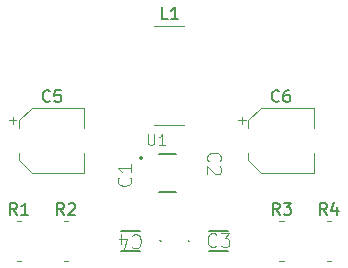
<source format=gbr>
%TF.GenerationSoftware,KiCad,Pcbnew,9.0.4*%
%TF.CreationDate,2025-09-16T01:09:41+05:30*%
%TF.ProjectId,PCB designing,50434220-6465-4736-9967-6e696e672e6b,rev?*%
%TF.SameCoordinates,Original*%
%TF.FileFunction,Legend,Top*%
%TF.FilePolarity,Positive*%
%FSLAX46Y46*%
G04 Gerber Fmt 4.6, Leading zero omitted, Abs format (unit mm)*
G04 Created by KiCad (PCBNEW 9.0.4) date 2025-09-16 01:09:41*
%MOMM*%
%LPD*%
G01*
G04 APERTURE LIST*
%ADD10C,0.150000*%
%ADD11C,0.101600*%
%ADD12C,0.080000*%
%ADD13C,0.120000*%
%ADD14C,0.200000*%
%ADD15C,0.100000*%
%ADD16C,0.127000*%
G04 APERTURE END LIST*
D10*
X154123333Y-54724819D02*
X153647143Y-54724819D01*
X153647143Y-54724819D02*
X153647143Y-53724819D01*
X154980476Y-54724819D02*
X154409048Y-54724819D01*
X154694762Y-54724819D02*
X154694762Y-53724819D01*
X154694762Y-53724819D02*
X154599524Y-53867676D01*
X154599524Y-53867676D02*
X154504286Y-53962914D01*
X154504286Y-53962914D02*
X154409048Y-54010533D01*
D11*
X151119733Y-73076036D02*
X151175371Y-73020398D01*
X151175371Y-73020398D02*
X151342285Y-72964759D01*
X151342285Y-72964759D02*
X151453561Y-72964759D01*
X151453561Y-72964759D02*
X151620476Y-73020398D01*
X151620476Y-73020398D02*
X151731752Y-73131674D01*
X151731752Y-73131674D02*
X151787390Y-73242950D01*
X151787390Y-73242950D02*
X151843028Y-73465502D01*
X151843028Y-73465502D02*
X151843028Y-73632417D01*
X151843028Y-73632417D02*
X151787390Y-73854969D01*
X151787390Y-73854969D02*
X151731752Y-73966245D01*
X151731752Y-73966245D02*
X151620476Y-74077521D01*
X151620476Y-74077521D02*
X151453561Y-74133159D01*
X151453561Y-74133159D02*
X151342285Y-74133159D01*
X151342285Y-74133159D02*
X151175371Y-74077521D01*
X151175371Y-74077521D02*
X151119733Y-74021883D01*
X150118247Y-73743693D02*
X150118247Y-72964759D01*
X150396438Y-74188798D02*
X150674628Y-73354226D01*
X150674628Y-73354226D02*
X149951333Y-73354226D01*
X158230266Y-73923963D02*
X158174628Y-73979602D01*
X158174628Y-73979602D02*
X158007714Y-74035240D01*
X158007714Y-74035240D02*
X157896438Y-74035240D01*
X157896438Y-74035240D02*
X157729523Y-73979602D01*
X157729523Y-73979602D02*
X157618247Y-73868325D01*
X157618247Y-73868325D02*
X157562609Y-73757049D01*
X157562609Y-73757049D02*
X157506971Y-73534497D01*
X157506971Y-73534497D02*
X157506971Y-73367582D01*
X157506971Y-73367582D02*
X157562609Y-73145030D01*
X157562609Y-73145030D02*
X157618247Y-73033754D01*
X157618247Y-73033754D02*
X157729523Y-72922478D01*
X157729523Y-72922478D02*
X157896438Y-72866840D01*
X157896438Y-72866840D02*
X158007714Y-72866840D01*
X158007714Y-72866840D02*
X158174628Y-72922478D01*
X158174628Y-72922478D02*
X158230266Y-72978116D01*
X158619733Y-72866840D02*
X159343028Y-72866840D01*
X159343028Y-72866840D02*
X158953561Y-73311944D01*
X158953561Y-73311944D02*
X159120476Y-73311944D01*
X159120476Y-73311944D02*
X159231752Y-73367582D01*
X159231752Y-73367582D02*
X159287390Y-73423221D01*
X159287390Y-73423221D02*
X159343028Y-73534497D01*
X159343028Y-73534497D02*
X159343028Y-73812687D01*
X159343028Y-73812687D02*
X159287390Y-73923963D01*
X159287390Y-73923963D02*
X159231752Y-73979602D01*
X159231752Y-73979602D02*
X159120476Y-74035240D01*
X159120476Y-74035240D02*
X158786647Y-74035240D01*
X158786647Y-74035240D02*
X158675371Y-73979602D01*
X158675371Y-73979602D02*
X158619733Y-73923963D01*
D10*
X163583333Y-71304819D02*
X163250000Y-70828628D01*
X163011905Y-71304819D02*
X163011905Y-70304819D01*
X163011905Y-70304819D02*
X163392857Y-70304819D01*
X163392857Y-70304819D02*
X163488095Y-70352438D01*
X163488095Y-70352438D02*
X163535714Y-70400057D01*
X163535714Y-70400057D02*
X163583333Y-70495295D01*
X163583333Y-70495295D02*
X163583333Y-70638152D01*
X163583333Y-70638152D02*
X163535714Y-70733390D01*
X163535714Y-70733390D02*
X163488095Y-70781009D01*
X163488095Y-70781009D02*
X163392857Y-70828628D01*
X163392857Y-70828628D02*
X163011905Y-70828628D01*
X163916667Y-70304819D02*
X164535714Y-70304819D01*
X164535714Y-70304819D02*
X164202381Y-70685771D01*
X164202381Y-70685771D02*
X164345238Y-70685771D01*
X164345238Y-70685771D02*
X164440476Y-70733390D01*
X164440476Y-70733390D02*
X164488095Y-70781009D01*
X164488095Y-70781009D02*
X164535714Y-70876247D01*
X164535714Y-70876247D02*
X164535714Y-71114342D01*
X164535714Y-71114342D02*
X164488095Y-71209580D01*
X164488095Y-71209580D02*
X164440476Y-71257200D01*
X164440476Y-71257200D02*
X164345238Y-71304819D01*
X164345238Y-71304819D02*
X164059524Y-71304819D01*
X164059524Y-71304819D02*
X163964286Y-71257200D01*
X163964286Y-71257200D02*
X163916667Y-71209580D01*
D12*
X152431678Y-64463249D02*
X152431678Y-65208011D01*
X152431678Y-65208011D02*
X152475488Y-65295630D01*
X152475488Y-65295630D02*
X152519297Y-65339440D01*
X152519297Y-65339440D02*
X152606916Y-65383249D01*
X152606916Y-65383249D02*
X152782154Y-65383249D01*
X152782154Y-65383249D02*
X152869773Y-65339440D01*
X152869773Y-65339440D02*
X152913583Y-65295630D01*
X152913583Y-65295630D02*
X152957392Y-65208011D01*
X152957392Y-65208011D02*
X152957392Y-64463249D01*
X153877393Y-65383249D02*
X153351679Y-65383249D01*
X153614536Y-65383249D02*
X153614536Y-64463249D01*
X153614536Y-64463249D02*
X153526917Y-64594678D01*
X153526917Y-64594678D02*
X153439298Y-64682297D01*
X153439298Y-64682297D02*
X153351679Y-64726106D01*
D11*
X157576036Y-66765266D02*
X157520398Y-66709628D01*
X157520398Y-66709628D02*
X157464759Y-66542714D01*
X157464759Y-66542714D02*
X157464759Y-66431438D01*
X157464759Y-66431438D02*
X157520398Y-66264523D01*
X157520398Y-66264523D02*
X157631674Y-66153247D01*
X157631674Y-66153247D02*
X157742950Y-66097609D01*
X157742950Y-66097609D02*
X157965502Y-66041971D01*
X157965502Y-66041971D02*
X158132417Y-66041971D01*
X158132417Y-66041971D02*
X158354969Y-66097609D01*
X158354969Y-66097609D02*
X158466245Y-66153247D01*
X158466245Y-66153247D02*
X158577521Y-66264523D01*
X158577521Y-66264523D02*
X158633159Y-66431438D01*
X158633159Y-66431438D02*
X158633159Y-66542714D01*
X158633159Y-66542714D02*
X158577521Y-66709628D01*
X158577521Y-66709628D02*
X158521883Y-66765266D01*
X158521883Y-67210371D02*
X158577521Y-67266009D01*
X158577521Y-67266009D02*
X158633159Y-67377285D01*
X158633159Y-67377285D02*
X158633159Y-67655476D01*
X158633159Y-67655476D02*
X158577521Y-67766752D01*
X158577521Y-67766752D02*
X158521883Y-67822390D01*
X158521883Y-67822390D02*
X158410607Y-67878028D01*
X158410607Y-67878028D02*
X158299331Y-67878028D01*
X158299331Y-67878028D02*
X158132417Y-67822390D01*
X158132417Y-67822390D02*
X157464759Y-67154733D01*
X157464759Y-67154733D02*
X157464759Y-67878028D01*
X150923963Y-68154733D02*
X150979602Y-68210371D01*
X150979602Y-68210371D02*
X151035240Y-68377285D01*
X151035240Y-68377285D02*
X151035240Y-68488561D01*
X151035240Y-68488561D02*
X150979602Y-68655476D01*
X150979602Y-68655476D02*
X150868325Y-68766752D01*
X150868325Y-68766752D02*
X150757049Y-68822390D01*
X150757049Y-68822390D02*
X150534497Y-68878028D01*
X150534497Y-68878028D02*
X150367582Y-68878028D01*
X150367582Y-68878028D02*
X150145030Y-68822390D01*
X150145030Y-68822390D02*
X150033754Y-68766752D01*
X150033754Y-68766752D02*
X149922478Y-68655476D01*
X149922478Y-68655476D02*
X149866840Y-68488561D01*
X149866840Y-68488561D02*
X149866840Y-68377285D01*
X149866840Y-68377285D02*
X149922478Y-68210371D01*
X149922478Y-68210371D02*
X149978116Y-68154733D01*
X151035240Y-67041971D02*
X151035240Y-67709628D01*
X151035240Y-67375800D02*
X149866840Y-67375800D01*
X149866840Y-67375800D02*
X150033754Y-67487076D01*
X150033754Y-67487076D02*
X150145030Y-67598352D01*
X150145030Y-67598352D02*
X150200668Y-67709628D01*
D10*
X167583333Y-71304819D02*
X167250000Y-70828628D01*
X167011905Y-71304819D02*
X167011905Y-70304819D01*
X167011905Y-70304819D02*
X167392857Y-70304819D01*
X167392857Y-70304819D02*
X167488095Y-70352438D01*
X167488095Y-70352438D02*
X167535714Y-70400057D01*
X167535714Y-70400057D02*
X167583333Y-70495295D01*
X167583333Y-70495295D02*
X167583333Y-70638152D01*
X167583333Y-70638152D02*
X167535714Y-70733390D01*
X167535714Y-70733390D02*
X167488095Y-70781009D01*
X167488095Y-70781009D02*
X167392857Y-70828628D01*
X167392857Y-70828628D02*
X167011905Y-70828628D01*
X168440476Y-70638152D02*
X168440476Y-71304819D01*
X168202381Y-70257200D02*
X167964286Y-70971485D01*
X167964286Y-70971485D02*
X168583333Y-70971485D01*
X145333333Y-71304819D02*
X145000000Y-70828628D01*
X144761905Y-71304819D02*
X144761905Y-70304819D01*
X144761905Y-70304819D02*
X145142857Y-70304819D01*
X145142857Y-70304819D02*
X145238095Y-70352438D01*
X145238095Y-70352438D02*
X145285714Y-70400057D01*
X145285714Y-70400057D02*
X145333333Y-70495295D01*
X145333333Y-70495295D02*
X145333333Y-70638152D01*
X145333333Y-70638152D02*
X145285714Y-70733390D01*
X145285714Y-70733390D02*
X145238095Y-70781009D01*
X145238095Y-70781009D02*
X145142857Y-70828628D01*
X145142857Y-70828628D02*
X144761905Y-70828628D01*
X145714286Y-70400057D02*
X145761905Y-70352438D01*
X145761905Y-70352438D02*
X145857143Y-70304819D01*
X145857143Y-70304819D02*
X146095238Y-70304819D01*
X146095238Y-70304819D02*
X146190476Y-70352438D01*
X146190476Y-70352438D02*
X146238095Y-70400057D01*
X146238095Y-70400057D02*
X146285714Y-70495295D01*
X146285714Y-70495295D02*
X146285714Y-70590533D01*
X146285714Y-70590533D02*
X146238095Y-70733390D01*
X146238095Y-70733390D02*
X145666667Y-71304819D01*
X145666667Y-71304819D02*
X146285714Y-71304819D01*
X141333333Y-71304819D02*
X141000000Y-70828628D01*
X140761905Y-71304819D02*
X140761905Y-70304819D01*
X140761905Y-70304819D02*
X141142857Y-70304819D01*
X141142857Y-70304819D02*
X141238095Y-70352438D01*
X141238095Y-70352438D02*
X141285714Y-70400057D01*
X141285714Y-70400057D02*
X141333333Y-70495295D01*
X141333333Y-70495295D02*
X141333333Y-70638152D01*
X141333333Y-70638152D02*
X141285714Y-70733390D01*
X141285714Y-70733390D02*
X141238095Y-70781009D01*
X141238095Y-70781009D02*
X141142857Y-70828628D01*
X141142857Y-70828628D02*
X140761905Y-70828628D01*
X142285714Y-71304819D02*
X141714286Y-71304819D01*
X142000000Y-71304819D02*
X142000000Y-70304819D01*
X142000000Y-70304819D02*
X141904762Y-70447676D01*
X141904762Y-70447676D02*
X141809524Y-70542914D01*
X141809524Y-70542914D02*
X141714286Y-70590533D01*
X163533333Y-61659580D02*
X163485714Y-61707200D01*
X163485714Y-61707200D02*
X163342857Y-61754819D01*
X163342857Y-61754819D02*
X163247619Y-61754819D01*
X163247619Y-61754819D02*
X163104762Y-61707200D01*
X163104762Y-61707200D02*
X163009524Y-61611961D01*
X163009524Y-61611961D02*
X162961905Y-61516723D01*
X162961905Y-61516723D02*
X162914286Y-61326247D01*
X162914286Y-61326247D02*
X162914286Y-61183390D01*
X162914286Y-61183390D02*
X162961905Y-60992914D01*
X162961905Y-60992914D02*
X163009524Y-60897676D01*
X163009524Y-60897676D02*
X163104762Y-60802438D01*
X163104762Y-60802438D02*
X163247619Y-60754819D01*
X163247619Y-60754819D02*
X163342857Y-60754819D01*
X163342857Y-60754819D02*
X163485714Y-60802438D01*
X163485714Y-60802438D02*
X163533333Y-60850057D01*
X164390476Y-60754819D02*
X164200000Y-60754819D01*
X164200000Y-60754819D02*
X164104762Y-60802438D01*
X164104762Y-60802438D02*
X164057143Y-60850057D01*
X164057143Y-60850057D02*
X163961905Y-60992914D01*
X163961905Y-60992914D02*
X163914286Y-61183390D01*
X163914286Y-61183390D02*
X163914286Y-61564342D01*
X163914286Y-61564342D02*
X163961905Y-61659580D01*
X163961905Y-61659580D02*
X164009524Y-61707200D01*
X164009524Y-61707200D02*
X164104762Y-61754819D01*
X164104762Y-61754819D02*
X164295238Y-61754819D01*
X164295238Y-61754819D02*
X164390476Y-61707200D01*
X164390476Y-61707200D02*
X164438095Y-61659580D01*
X164438095Y-61659580D02*
X164485714Y-61564342D01*
X164485714Y-61564342D02*
X164485714Y-61326247D01*
X164485714Y-61326247D02*
X164438095Y-61231009D01*
X164438095Y-61231009D02*
X164390476Y-61183390D01*
X164390476Y-61183390D02*
X164295238Y-61135771D01*
X164295238Y-61135771D02*
X164104762Y-61135771D01*
X164104762Y-61135771D02*
X164009524Y-61183390D01*
X164009524Y-61183390D02*
X163961905Y-61231009D01*
X163961905Y-61231009D02*
X163914286Y-61326247D01*
X144133333Y-61659580D02*
X144085714Y-61707200D01*
X144085714Y-61707200D02*
X143942857Y-61754819D01*
X143942857Y-61754819D02*
X143847619Y-61754819D01*
X143847619Y-61754819D02*
X143704762Y-61707200D01*
X143704762Y-61707200D02*
X143609524Y-61611961D01*
X143609524Y-61611961D02*
X143561905Y-61516723D01*
X143561905Y-61516723D02*
X143514286Y-61326247D01*
X143514286Y-61326247D02*
X143514286Y-61183390D01*
X143514286Y-61183390D02*
X143561905Y-60992914D01*
X143561905Y-60992914D02*
X143609524Y-60897676D01*
X143609524Y-60897676D02*
X143704762Y-60802438D01*
X143704762Y-60802438D02*
X143847619Y-60754819D01*
X143847619Y-60754819D02*
X143942857Y-60754819D01*
X143942857Y-60754819D02*
X144085714Y-60802438D01*
X144085714Y-60802438D02*
X144133333Y-60850057D01*
X145038095Y-60754819D02*
X144561905Y-60754819D01*
X144561905Y-60754819D02*
X144514286Y-61231009D01*
X144514286Y-61231009D02*
X144561905Y-61183390D01*
X144561905Y-61183390D02*
X144657143Y-61135771D01*
X144657143Y-61135771D02*
X144895238Y-61135771D01*
X144895238Y-61135771D02*
X144990476Y-61183390D01*
X144990476Y-61183390D02*
X145038095Y-61231009D01*
X145038095Y-61231009D02*
X145085714Y-61326247D01*
X145085714Y-61326247D02*
X145085714Y-61564342D01*
X145085714Y-61564342D02*
X145038095Y-61659580D01*
X145038095Y-61659580D02*
X144990476Y-61707200D01*
X144990476Y-61707200D02*
X144895238Y-61754819D01*
X144895238Y-61754819D02*
X144657143Y-61754819D01*
X144657143Y-61754819D02*
X144561905Y-61707200D01*
X144561905Y-61707200D02*
X144514286Y-61659580D01*
D13*
%TO.C,L1*%
X155450000Y-55300000D02*
X152950000Y-55300000D01*
X152950000Y-63700000D02*
X155450000Y-63700000D01*
D14*
%TO.C,C4*%
X151725000Y-74350000D02*
X150125000Y-74350000D01*
X151725000Y-72650000D02*
X150125000Y-72650000D01*
D15*
X153525000Y-73500000D02*
X153525000Y-73500000D01*
X153425000Y-73500000D02*
G75*
G02*
X153525000Y-73500000I50000J0D01*
G01*
X153425000Y-73500000D02*
X153425000Y-73500000D01*
X153525000Y-73500000D02*
G75*
G02*
X153425000Y-73500000I-50000J0D01*
G01*
X153525000Y-73500000D02*
X153525000Y-73500000D01*
X153425000Y-73500000D02*
G75*
G02*
X153525000Y-73500000I50000J0D01*
G01*
D14*
%TO.C,C3*%
X157625000Y-72650000D02*
X159225000Y-72650000D01*
X157625000Y-74350000D02*
X159225000Y-74350000D01*
D15*
X155825000Y-73500000D02*
X155825000Y-73500000D01*
X155925000Y-73500000D02*
G75*
G02*
X155825000Y-73500000I-50000J0D01*
G01*
X155925000Y-73500000D02*
X155925000Y-73500000D01*
X155825000Y-73500000D02*
G75*
G02*
X155925000Y-73500000I50000J0D01*
G01*
X155825000Y-73500000D02*
X155825000Y-73500000D01*
X155925000Y-73500000D02*
G75*
G02*
X155825000Y-73500000I-50000J0D01*
G01*
D13*
%TO.C,R3*%
X163567017Y-75210000D02*
X163932983Y-75210000D01*
X163567017Y-71790000D02*
X163932983Y-71790000D01*
D16*
%TO.C,U1*%
X153410000Y-69350000D02*
X154810000Y-69350000D01*
X153410000Y-66150000D02*
X154810000Y-66150000D01*
D14*
X151960000Y-66500000D02*
G75*
G02*
X151760000Y-66500000I-100000J0D01*
G01*
X151760000Y-66500000D02*
G75*
G02*
X151960000Y-66500000I100000J0D01*
G01*
D13*
%TO.C,R4*%
X167567017Y-71790000D02*
X167932983Y-71790000D01*
X167567017Y-75210000D02*
X167932983Y-75210000D01*
%TO.C,R2*%
X145317017Y-71790000D02*
X145682983Y-71790000D01*
X145317017Y-75210000D02*
X145682983Y-75210000D01*
%TO.C,R1*%
X141317017Y-71790000D02*
X141682983Y-71790000D01*
X141317017Y-75210000D02*
X141682983Y-75210000D01*
%TO.C,C6*%
X160075000Y-63315000D02*
X160700000Y-63315000D01*
X160387500Y-63002500D02*
X160387500Y-63627500D01*
X160940000Y-63304437D02*
X160940000Y-63940000D01*
X160940000Y-63304437D02*
X162004437Y-62240000D01*
X160940000Y-66695563D02*
X160940000Y-66060000D01*
X160940000Y-66695563D02*
X162004437Y-67760000D01*
X162004437Y-62240000D02*
X166460000Y-62240000D01*
X162004437Y-67760000D02*
X166460000Y-67760000D01*
X166460000Y-62240000D02*
X166460000Y-63940000D01*
X166460000Y-67760000D02*
X166460000Y-66060000D01*
%TO.C,C5*%
X140675000Y-63315000D02*
X141300000Y-63315000D01*
X140987500Y-63002500D02*
X140987500Y-63627500D01*
X141540000Y-63304437D02*
X141540000Y-63940000D01*
X141540000Y-63304437D02*
X142604437Y-62240000D01*
X141540000Y-66695563D02*
X141540000Y-66060000D01*
X141540000Y-66695563D02*
X142604437Y-67760000D01*
X142604437Y-62240000D02*
X147060000Y-62240000D01*
X142604437Y-67760000D02*
X147060000Y-67760000D01*
X147060000Y-62240000D02*
X147060000Y-63940000D01*
X147060000Y-67760000D02*
X147060000Y-66060000D01*
%TD*%
M02*

</source>
